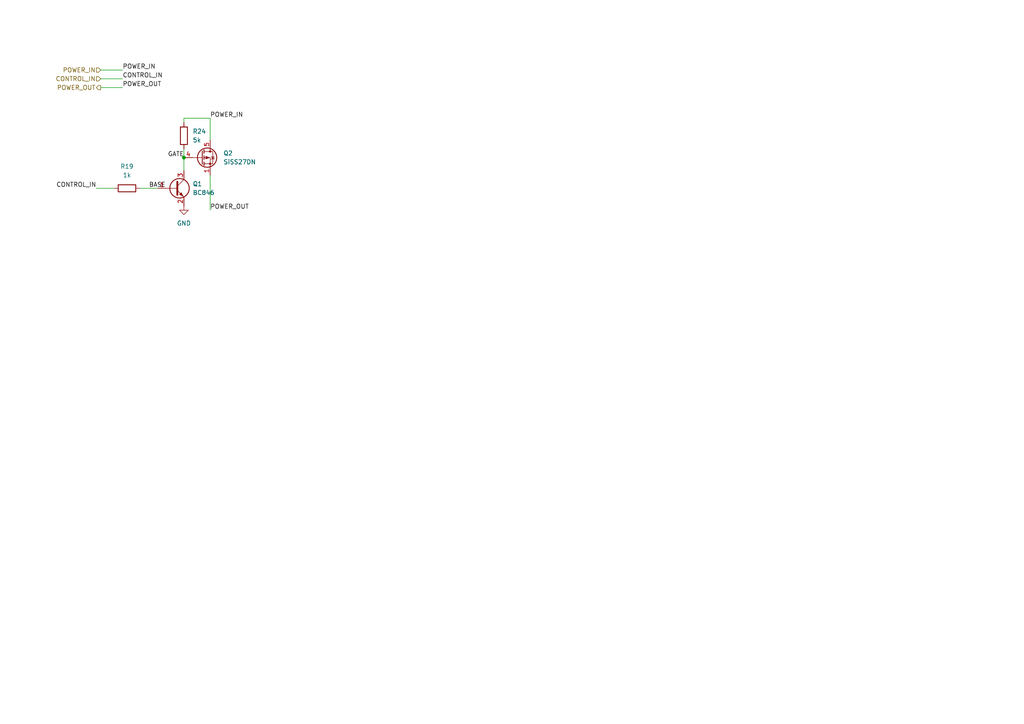
<source format=kicad_sch>
(kicad_sch (version 20250114) (generator "eeschema") (generator_version "9.0")
  (paper "A4")
  (lib_symbols
    (symbol "Device:R" (pin_numbers (hide yes)) (pin_names (offset 0))
      (property "Reference" "R" (at 2.032 0 90))
      (property "Value" "R" (at 0 0 90))
      (symbol "R_0_1"
        (rectangle (start -1.016 -2.54) (end 1.016 2.54) (stroke (width 0.254)))
      )
      (symbol "R_1_1"
        (pin passive line (at 0 3.81 270) (length 1.27) (name "~") (number "1"))
        (pin passive line (at 0 -3.81 90) (length 1.27) (name "~") (number "2"))
      )
    )
    (symbol "Transistor_BJT:BC846" (pin_names (offset 0) (hide yes))
      (property "Reference" "Q" (at 5.08 1.905 0))
      (property "Value" "BC846" (at 5.08 0 0))
      (symbol "BC846_0_1"
        (polyline (pts (xy -2.54 0) (xy 0.635 0)))
        (polyline (pts (xy 0.635 1.905) (xy 0.635 -1.905)) (stroke (width 0.508)))
        (circle (center 1.27 0) (radius 2.8194) (stroke (width 0.254)))
      )
      (symbol "BC846_1_1"
        (polyline (pts (xy 0.635 0.635) (xy 2.54 2.54)))
        (polyline (pts (xy 0.635 -0.635) (xy 2.54 -2.54)))
        (polyline (pts (xy 1.27 -1.778) (xy 1.778 -1.27) (xy 2.286 -2.286) (xy 1.27 -1.778)) (fill (type outline)))
        (pin input line (at -5.08 0 0) (length 2.54) (name "B") (number "1"))
        (pin passive line (at 2.54 5.08 270) (length 2.54) (name "C") (number "3"))
        (pin passive line (at 2.54 -5.08 90) (length 2.54) (name "E") (number "2"))
      )
    )
    (symbol "Transistor_FET:SiSS27DN" (pin_names (hide yes))
      (property "Reference" "Q" (at 5.08 1.905 0))
      (property "Value" "SiSS27DN" (at 5.08 0 0))
      (symbol "SiSS27DN_0_1"
        (polyline (pts (xy 0.254 1.905) (xy 0.254 -1.905)) (stroke (width 0.254)))
        (polyline (pts (xy 0.254 0) (xy -2.54 0)))
        (polyline (pts (xy 0.762 2.286) (xy 0.762 1.27)) (stroke (width 0.254)))
        (polyline (pts (xy 0.762 1.778) (xy 3.302 1.778) (xy 3.302 -1.778) (xy 0.762 -1.778)))
        (polyline (pts (xy 0.762 0.508) (xy 0.762 -0.508)) (stroke (width 0.254)))
        (polyline (pts (xy 0.762 -1.27) (xy 0.762 -2.286)) (stroke (width 0.254)))
        (circle (center 1.651 0) (radius 2.794) (stroke (width 0.254)))
        (polyline (pts (xy 2.286 0) (xy 1.27 0.381) (xy 1.27 -0.381) (xy 2.286 0)) (fill (type outline)))
        (polyline (pts (xy 2.54 2.54) (xy 2.54 1.778)))
        (circle (center 2.54 1.778) (radius 0.254) (fill (type outline)))
        (circle (center 2.54 -1.778) (radius 0.254) (fill (type outline)))
        (polyline (pts (xy 2.54 -2.54) (xy 2.54 0) (xy 0.762 0)))
        (polyline (pts (xy 2.794 -0.508) (xy 2.921 -0.381) (xy 3.683 -0.381) (xy 3.81 -0.254)))
        (polyline (pts (xy 3.302 -0.381) (xy 2.921 0.254) (xy 3.683 0.254) (xy 3.302 -0.381)))
      )
      (symbol "SiSS27DN_1_1"
        (pin passive line (at -5.08 0 0) (length 2.54) (name "G") (number "4"))
        (pin passive line (at 2.54 5.08 270) (length 2.54) (name "D") (number "5"))
        (pin passive line (at 2.54 -5.08 90) (length 2.54) (name "S") (number "1"))
        (pin passive line (at 2.54 -5.08 90) (length 2.54) (hide yes) (name "S") (number "2"))
        (pin passive line (at 2.54 -5.08 90) (length 2.54) (hide yes) (name "S") (number "3"))
      )
    )
    (symbol "power:GND" (power) (pin_numbers (hide yes)) (pin_names (offset 0) (hide yes))
      (property "Value" "GND" (at 0 -3.81 0))
      (symbol "GND_0_1"
        (polyline (pts (xy 0 0) (xy 0 -1.27) (xy 1.27 -1.27) (xy 0 -2.54) (xy -1.27 -1.27) (xy 0 -1.27)))
      )
      (symbol "GND_1_1"
        (pin power_in line (at 0 0 270) (length 0) (name "~") (number "1"))
      )
    )
  )
  (junction (at 53.34 45.72))
  (wire (pts (xy 27.94 54.61) (xy 33.02 54.61)))
  (wire (pts (xy 29.21 20.32) (xy 35.56 20.32)))
  (wire (pts (xy 29.21 25.4) (xy 35.56 25.4)))
  (wire (pts (xy 53.34 45.72) (xy 53.34 49.53)))
  (wire (pts (xy 53.34 34.29) (xy 53.34 35.56)))
  (wire (pts (xy 60.96 34.29) (xy 53.34 34.29)))
  (wire (pts (xy 60.96 50.8) (xy 60.96 60.96)))
  (wire (pts (xy 53.34 43.18) (xy 53.34 45.72)))
  (wire (pts (xy 29.21 22.86) (xy 35.56 22.86)))
  (wire (pts (xy 40.64 54.61) (xy 45.72 54.61)))
  (wire (pts (xy 60.96 40.64) (xy 60.96 34.29)))
  (label "POWER_OUT" (at 35.56 25.4 0))
  (label "POWER_IN" (at 60.96 34.29 0))
  (label "GATE" (at 53.34 45.72 180))
  (label "CONTROL_IN" (at 27.94 54.61 180))
  (label "POWER_OUT" (at 60.96 60.96 0))
  (label "POWER_IN" (at 35.56 20.32 0))
  (label "CONTROL_IN" (at 35.56 22.86 0))
  (label "BASE" (at 43.18 54.61 0))
  (hierarchical_label "POWER_OUT" (shape output) (at 29.21 25.4 180))
  (hierarchical_label "CONTROL_IN" (shape input) (at 29.21 22.86 180))
  (hierarchical_label "POWER_IN" (shape input) (at 29.21 20.32 180))
  (symbol (lib_id "Transistor_BJT:BC846") (at 50.8 54.61 0) (unit 1)
    (property "Reference" "Q1" (at 55.88 53.3399 0) (effects (justify left)))
    (property "Value" "BC846" (at 55.88 55.8799 0) (effects (justify left)))
    (property "Footprint" "Package_TO_SOT_SMD:SOT-23" (effects (hide yes)))
    (property "Datasheet" "https://assets.nexperia.com/documents/data-sheet/BC846_SER.pdf" (effects (hide yes)))
    (property "Description" "0.1A Ic, 65V Vce, NPN Transistor, SOT-23" (effects (hide yes)))
    (property "Sim.Library" "/home/james/Downloads/BC846.lib" (effects (hide yes)))
    (property "Sim.Name" "BC846B" (effects (hide yes)))
    (property "Sim.Device" "SUBCKT" (effects (hide yes)))
    (property "Sim.Pins" "1=1 2=2 3=3" (effects (hide yes)))
    (instances (project "Power_V2_main" (path "" (reference "Q1") (unit 1)) (path "" (reference "Q3") (unit 1))))
  )
  (symbol (lib_id "Transistor_FET:SiSS27DN") (at 58.42 45.72 0) (unit 1)
    (property "Reference" "Q2" (at 64.77 44.4499 0) (effects (justify left)))
    (property "Value" "SiSS27DN" (at 64.77 46.9899 0) (effects (justify left)))
    (property "Footprint" "Package_SO:Vishay_PowerPAK_1212-8_Single" (effects (hide yes)))
    (property "Datasheet" "http://www.vishay.com/docs/62847/siss27dn.pdf" (effects (hide yes)))
    (property "Description" "-50A Id, -30V Vds, P-Channel MOSFET, PowerPAK 1212-8 Single" (effects (hide yes)))
    (property "Sim.Library" "/home/james/Downloads/siss27dn/SiSS27DN_PS_RC Rev A.LIB" (effects (hide yes)))
    (property "Sim.Name" "SiSS27DN" (effects (hide yes)))
    (property "Sim.Device" "SUBCKT" (effects (hide yes)))
    (property "Sim.Pins" "1=S 4=G 5=D" (effects (hide yes)))
    (instances (project "Power_V2_main" (path "" (reference "Q2") (unit 1)) (path "" (reference "Q4") (unit 1))))
  )
  (symbol (lib_id "power:GND") (at 53.34 59.69 0) (unit 1)
    (property "Reference" "#PWR056" (effects (hide yes)))
    (property "Value" "GND" (at 53.34 64.77 0))
    (property "Description" "Power symbol creates a global label with name \"GND\" , ground" (effects (hide yes)))
    (instances (project "Power_V2_main" (path "" (reference "#PWR056") (unit 1)) (path "" (reference "#PWR02") (unit 1))))
  )
  (symbol (lib_id "Device:R") (at 53.34 39.37 0) (unit 1)
    (property "Reference" "R24" (at 55.88 38.0999 0) (effects (justify left)))
    (property "Value" "5k" (at 55.88 40.6399 0) (effects (justify left)))
    (property "Footprint" "Resistor_SMD:R_0805_2012Metric" (effects (hide yes)))
    (property "Description" "Resistor" (effects (hide yes)))
    (instances (project "Power_V2_main" (path "" (reference "R24") (unit 1)) (path "" (reference "R18") (unit 1))))
  )
  (symbol (lib_id "Device:R") (at 36.83 54.61 90) (unit 1)
    (property "Reference" "R19" (at 36.83 48.26 90))
    (property "Value" "1k" (at 36.83 50.8 90))
    (property "Footprint" "Resistor_SMD:R_0805_2012Metric" (effects (hide yes)))
    (property "Description" "Resistor" (effects (hide yes)))
    (instances (project "Power_V2_main" (path "" (reference "R19") (unit 1)) (path "" (reference "R17") (unit 1))))
  )
)
</source>
